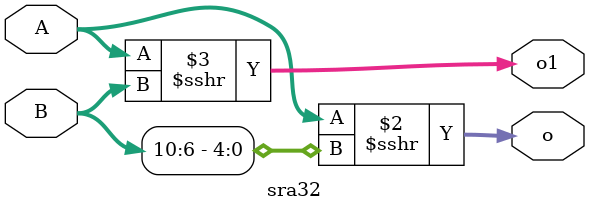
<source format=v>
`timescale 1ns / 1ps
module sra32(
input wire[31:0] A,
input wire[31:0] B,
output reg[31:0] o,
output reg[31:0] o1
    );

always@*begin
	o[31:0] = $signed(A[31:0]) >>> B[10:6];
	o1[31:0] = $signed(A[31:0]) >>> B[31:0];
end

endmodule

</source>
